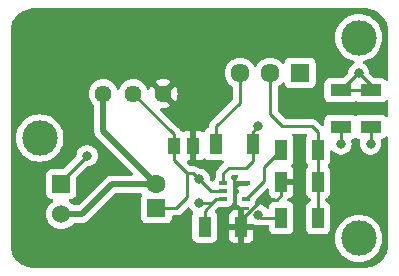
<source format=gbr>
%TF.GenerationSoftware,KiCad,Pcbnew,8.0.2*%
%TF.CreationDate,2024-07-08T11:38:20+02:00*%
%TF.ProjectId,IMD SCS Maker,494d4420-5343-4532-904d-616b65722e6b,rev?*%
%TF.SameCoordinates,Original*%
%TF.FileFunction,Copper,L1,Top*%
%TF.FilePolarity,Positive*%
%FSLAX46Y46*%
G04 Gerber Fmt 4.6, Leading zero omitted, Abs format (unit mm)*
G04 Created by KiCad (PCBNEW 8.0.2) date 2024-07-08 11:38:20*
%MOMM*%
%LPD*%
G01*
G04 APERTURE LIST*
G04 Aperture macros list*
%AMRoundRect*
0 Rectangle with rounded corners*
0 $1 Rounding radius*
0 $2 $3 $4 $5 $6 $7 $8 $9 X,Y pos of 4 corners*
0 Add a 4 corners polygon primitive as box body*
4,1,4,$2,$3,$4,$5,$6,$7,$8,$9,$2,$3,0*
0 Add four circle primitives for the rounded corners*
1,1,$1+$1,$2,$3*
1,1,$1+$1,$4,$5*
1,1,$1+$1,$6,$7*
1,1,$1+$1,$8,$9*
0 Add four rect primitives between the rounded corners*
20,1,$1+$1,$2,$3,$4,$5,0*
20,1,$1+$1,$4,$5,$6,$7,0*
20,1,$1+$1,$6,$7,$8,$9,0*
20,1,$1+$1,$8,$9,$2,$3,0*%
G04 Aperture macros list end*
%TA.AperFunction,ComponentPad*%
%ADD10C,1.440000*%
%TD*%
%TA.AperFunction,ComponentPad*%
%ADD11C,3.000000*%
%TD*%
%TA.AperFunction,ComponentPad*%
%ADD12R,1.610000X1.610000*%
%TD*%
%TA.AperFunction,ComponentPad*%
%ADD13C,1.610000*%
%TD*%
%TA.AperFunction,SMDPad,CuDef*%
%ADD14R,1.800000X1.050000*%
%TD*%
%TA.AperFunction,ComponentPad*%
%ADD15R,1.530000X1.530000*%
%TD*%
%TA.AperFunction,ComponentPad*%
%ADD16C,1.530000*%
%TD*%
%TA.AperFunction,SMDPad,CuDef*%
%ADD17R,1.050000X1.800000*%
%TD*%
%TA.AperFunction,SMDPad,CuDef*%
%ADD18RoundRect,0.100000X-0.225000X-0.100000X0.225000X-0.100000X0.225000X0.100000X-0.225000X0.100000X0*%
%TD*%
%TA.AperFunction,SMDPad,CuDef*%
%ADD19R,1.070000X1.470000*%
%TD*%
%TA.AperFunction,ComponentPad*%
%ADD20R,1.600000X1.600000*%
%TD*%
%TA.AperFunction,ComponentPad*%
%ADD21C,1.600000*%
%TD*%
%TA.AperFunction,ViaPad*%
%ADD22C,0.800000*%
%TD*%
%TA.AperFunction,Conductor*%
%ADD23C,0.250000*%
%TD*%
%TA.AperFunction,Conductor*%
%ADD24C,0.500000*%
%TD*%
G04 APERTURE END LIST*
D10*
%TO.P,U1,1,+VIN*%
%TO.N,+12V*%
X70866000Y-46736000D03*
%TO.P,U1,2,GND*%
%TO.N,GND*%
X73406000Y-46736000D03*
%TO.P,U1,3,+VOUT*%
%TO.N,+5V*%
X75946000Y-46736000D03*
%TD*%
D11*
%TO.P,,1*%
%TO.N,N/C*%
X92500000Y-42000000D03*
%TD*%
D12*
%TO.P,J3,1,1*%
%TO.N,/PDU*%
X87540000Y-45000000D03*
D13*
%TO.P,J3,2,2*%
%TO.N,/Output SCS*%
X85000000Y-45000000D03*
%TO.P,J3,3,3*%
%TO.N,/Sensor Output*%
X82460000Y-45000000D03*
%TD*%
D14*
%TO.P,R5,1*%
%TO.N,Net-(CP1--)*%
X93500000Y-49550000D03*
%TO.P,R5,2*%
%TO.N,GND*%
X93500000Y-46450000D03*
%TD*%
D15*
%TO.P,J1,1,1*%
%TO.N,GND*%
X67316500Y-54400000D03*
D16*
%TO.P,J1,2,2*%
%TO.N,+12V*%
X67316500Y-56940000D03*
%TD*%
D17*
%TO.P,R3,1*%
%TO.N,GND*%
X85950000Y-57250000D03*
%TO.P,R3,2*%
%TO.N,/Output SCS*%
X89050000Y-57250000D03*
%TD*%
%TO.P,R4,1*%
%TO.N,Net-(CP1--)*%
X79450000Y-58000000D03*
%TO.P,R4,2*%
%TO.N,+5V*%
X82550000Y-58000000D03*
%TD*%
%TO.P,R1,1*%
%TO.N,/Output SCS*%
X89050000Y-51500000D03*
%TO.P,R1,2*%
%TO.N,Net-(CP1-Pad4)*%
X85950000Y-51500000D03*
%TD*%
D18*
%TO.P,CP1,1,+*%
%TO.N,Net-(CP1-+)*%
X81050000Y-54350000D03*
%TO.P,CP1,2,V-*%
%TO.N,GND*%
X81050000Y-55000000D03*
%TO.P,CP1,3,-*%
%TO.N,Net-(CP1--)*%
X81050000Y-55650000D03*
%TO.P,CP1,4*%
%TO.N,Net-(CP1-Pad4)*%
X82950000Y-55650000D03*
%TO.P,CP1,5,V+*%
%TO.N,+5V*%
X82950000Y-54350000D03*
%TD*%
D19*
%TO.P,C2,1*%
%TO.N,GND*%
X76842500Y-51154000D03*
%TO.P,C2,2*%
%TO.N,+5V*%
X78482500Y-51154000D03*
%TD*%
D11*
%TO.P,,1*%
%TO.N,N/C*%
X92500000Y-59000000D03*
%TD*%
D14*
%TO.P,R7,1*%
%TO.N,GND*%
X91000000Y-46450000D03*
%TO.P,R7,2*%
%TO.N,Net-(CP1-+)*%
X91000000Y-49550000D03*
%TD*%
D20*
%TO.P,C1,1*%
%TO.N,GND*%
X75376500Y-56427112D03*
D21*
%TO.P,C1,2*%
%TO.N,+12V*%
X75376500Y-54427112D03*
%TD*%
D17*
%TO.P,R6,1*%
%TO.N,Net-(CP1-+)*%
X83550000Y-51000000D03*
%TO.P,R6,2*%
%TO.N,/Sensor Output*%
X80450000Y-51000000D03*
%TD*%
%TO.P,R2,1*%
%TO.N,/Output SCS*%
X89050000Y-54202000D03*
%TO.P,R2,2*%
%TO.N,+5V*%
X85950000Y-54202000D03*
%TD*%
D11*
%TO.P,,1*%
%TO.N,N/C*%
X65500000Y-50500000D03*
%TD*%
D22*
%TO.N,GND*%
X69500000Y-52000000D03*
X92500000Y-45000000D03*
X84000000Y-57000000D03*
X79000000Y-54000000D03*
%TO.N,Net-(CP1--)*%
X79000000Y-56000000D03*
X93500000Y-51000000D03*
%TO.N,Net-(CP1-+)*%
X84000000Y-49500000D03*
X91000000Y-51000000D03*
%TD*%
D23*
%TO.N,GND*%
X78000000Y-53500000D02*
X78000000Y-55500000D01*
X73406000Y-46736000D02*
X76842500Y-50172500D01*
X93500000Y-46000000D02*
X93500000Y-46450000D01*
X84250000Y-57250000D02*
X84000000Y-57000000D01*
X78500000Y-53500000D02*
X79000000Y-54000000D01*
X67316500Y-54183500D02*
X69500000Y-52000000D01*
X92500000Y-45000000D02*
X92450000Y-45000000D01*
X67316500Y-54400000D02*
X67316500Y-54183500D01*
X76842500Y-52342500D02*
X78000000Y-53500000D01*
X92500000Y-45000000D02*
X93500000Y-46000000D01*
X76842500Y-50172500D02*
X76842500Y-51154000D01*
X67316500Y-54166000D02*
X67760500Y-54610000D01*
X91000000Y-46450000D02*
X93500000Y-46450000D01*
X85950000Y-57250000D02*
X84250000Y-57250000D01*
X78000000Y-55500000D02*
X77072888Y-56427112D01*
X92450000Y-45000000D02*
X91000000Y-46450000D01*
X78000000Y-53500000D02*
X78500000Y-53500000D01*
X73406000Y-46736000D02*
X73498500Y-46736000D01*
X77072888Y-56427112D02*
X75376500Y-56427112D01*
X79000000Y-54000000D02*
X80000000Y-55000000D01*
X80000000Y-55000000D02*
X81050000Y-55000000D01*
X76842500Y-51154000D02*
X76842500Y-52342500D01*
D24*
%TO.N,+12V*%
X71572888Y-54427112D02*
X75376500Y-54427112D01*
D23*
X67595388Y-56427112D02*
X67316500Y-56706000D01*
D24*
X67316500Y-56940000D02*
X69060000Y-56940000D01*
D23*
X75193612Y-54610000D02*
X75376500Y-54427112D01*
D24*
X69060000Y-56940000D02*
X71572888Y-54427112D01*
X70866000Y-49916612D02*
X75376500Y-54427112D01*
X70866000Y-46736000D02*
X70866000Y-49916612D01*
D23*
%TO.N,+5V*%
X82550000Y-57424695D02*
X82550000Y-58000000D01*
X85559369Y-55745467D02*
X84229228Y-55745467D01*
X82000000Y-56110823D02*
X82550000Y-56660823D01*
X85950000Y-55354836D02*
X85559369Y-55745467D01*
X82550000Y-56660823D02*
X82550000Y-58000000D01*
X78482500Y-51212000D02*
X78482500Y-51154000D01*
X82950000Y-54350000D02*
X82393953Y-54350000D01*
X84229228Y-55745467D02*
X82550000Y-57424695D01*
X82393953Y-54350000D02*
X82000000Y-54743953D01*
X85950000Y-54202000D02*
X85950000Y-55354836D01*
X82000000Y-54743953D02*
X82000000Y-56110823D01*
%TO.N,/Output SCS*%
X88525000Y-49500000D02*
X86000000Y-49500000D01*
X89050000Y-51500000D02*
X89050000Y-57250000D01*
X85000000Y-48500000D02*
X85000000Y-45000000D01*
X89050000Y-51500000D02*
X89050000Y-50025000D01*
X86000000Y-49500000D02*
X85000000Y-48500000D01*
X89050000Y-50025000D02*
X88525000Y-49500000D01*
%TO.N,/Sensor Output*%
X80450000Y-51000000D02*
X80450000Y-49510000D01*
X82460000Y-47500000D02*
X82460000Y-45000000D01*
X80450000Y-49510000D02*
X82460000Y-47500000D01*
X82460000Y-45000000D02*
X82592000Y-45000000D01*
%TO.N,Net-(CP1-Pad4)*%
X84500000Y-54100000D02*
X84500000Y-52950000D01*
X84500000Y-52950000D02*
X85950000Y-51500000D01*
X82950000Y-55650000D02*
X84500000Y-54100000D01*
%TO.N,Net-(CP1--)*%
X79450000Y-56650000D02*
X80450000Y-55650000D01*
X93500000Y-49550000D02*
X93500000Y-51000000D01*
X80100000Y-56000000D02*
X80450000Y-55650000D01*
X80450000Y-55650000D02*
X81050000Y-55650000D01*
X79000000Y-56000000D02*
X80100000Y-56000000D01*
X79450000Y-58000000D02*
X79450000Y-56650000D01*
%TO.N,Net-(CP1-+)*%
X83550000Y-51000000D02*
X83550000Y-49950000D01*
X81050000Y-53500000D02*
X81550000Y-53000000D01*
X83000000Y-53000000D02*
X83550000Y-52450000D01*
X81550000Y-53000000D02*
X83000000Y-53000000D01*
X83550000Y-49950000D02*
X84000000Y-49500000D01*
X81050000Y-54350000D02*
X81050000Y-53500000D01*
X83550000Y-52450000D02*
X83550000Y-51000000D01*
X91000000Y-49550000D02*
X91000000Y-51000000D01*
%TD*%
%TA.AperFunction,Conductor*%
%TO.N,+5V*%
G36*
X93001121Y-39500020D02*
G01*
X93135109Y-39502409D01*
X93150528Y-39503650D01*
X93416897Y-39541948D01*
X93434184Y-39545708D01*
X93691313Y-39621209D01*
X93707887Y-39627391D01*
X93817159Y-39677293D01*
X93951659Y-39738717D01*
X93967173Y-39747188D01*
X94192628Y-39892080D01*
X94206787Y-39902679D01*
X94409317Y-40078172D01*
X94421827Y-40090682D01*
X94597320Y-40293212D01*
X94607921Y-40307374D01*
X94752808Y-40532821D01*
X94761284Y-40548345D01*
X94872608Y-40792112D01*
X94878791Y-40808688D01*
X94954290Y-41065814D01*
X94958051Y-41083102D01*
X94996348Y-41349463D01*
X94997590Y-41364898D01*
X94999907Y-41494784D01*
X94999927Y-41496996D01*
X94999927Y-45518676D01*
X94980242Y-45585715D01*
X94927438Y-45631470D01*
X94858280Y-45641414D01*
X94794724Y-45612389D01*
X94776661Y-45592988D01*
X94770472Y-45584721D01*
X94757546Y-45567454D01*
X94757544Y-45567453D01*
X94757544Y-45567452D01*
X94642335Y-45481206D01*
X94642328Y-45481202D01*
X94507482Y-45430908D01*
X94507483Y-45430908D01*
X94447883Y-45424501D01*
X94447881Y-45424500D01*
X94447873Y-45424500D01*
X94447865Y-45424500D01*
X93860453Y-45424500D01*
X93793414Y-45404815D01*
X93772772Y-45388181D01*
X93438960Y-45054369D01*
X93405475Y-44993046D01*
X93403323Y-44979668D01*
X93385674Y-44811744D01*
X93327179Y-44631716D01*
X93232533Y-44467784D01*
X93105871Y-44327112D01*
X93105870Y-44327111D01*
X92952734Y-44215851D01*
X92952729Y-44215848D01*
X92895637Y-44190429D01*
X92842400Y-44145179D01*
X92822079Y-44078329D01*
X92841125Y-44011106D01*
X92893491Y-43964851D01*
X92919715Y-43955984D01*
X93065037Y-43924371D01*
X93065037Y-43924370D01*
X93065046Y-43924369D01*
X93333161Y-43824367D01*
X93584315Y-43687226D01*
X93813395Y-43515739D01*
X94015739Y-43313395D01*
X94187226Y-43084315D01*
X94324367Y-42833161D01*
X94424369Y-42565046D01*
X94485196Y-42285428D01*
X94505610Y-42000000D01*
X94485196Y-41714572D01*
X94437865Y-41496996D01*
X94424371Y-41434962D01*
X94424370Y-41434960D01*
X94424369Y-41434954D01*
X94324367Y-41166839D01*
X94187226Y-40915685D01*
X94187224Y-40915682D01*
X94015745Y-40686612D01*
X94015729Y-40686594D01*
X93813405Y-40484270D01*
X93813387Y-40484254D01*
X93584317Y-40312775D01*
X93584309Y-40312770D01*
X93333166Y-40175635D01*
X93333167Y-40175635D01*
X93225915Y-40135632D01*
X93065046Y-40075631D01*
X93065043Y-40075630D01*
X93065037Y-40075628D01*
X92785433Y-40014804D01*
X92500001Y-39994390D01*
X92499999Y-39994390D01*
X92214566Y-40014804D01*
X91934962Y-40075628D01*
X91666833Y-40175635D01*
X91415690Y-40312770D01*
X91415682Y-40312775D01*
X91186612Y-40484254D01*
X91186594Y-40484270D01*
X90984270Y-40686594D01*
X90984254Y-40686612D01*
X90812775Y-40915682D01*
X90812770Y-40915690D01*
X90675635Y-41166833D01*
X90575628Y-41434962D01*
X90514804Y-41714566D01*
X90494390Y-41999998D01*
X90494390Y-42000001D01*
X90514804Y-42285433D01*
X90575628Y-42565037D01*
X90675635Y-42833166D01*
X90812770Y-43084309D01*
X90812775Y-43084317D01*
X90984254Y-43313387D01*
X90984270Y-43313405D01*
X91186594Y-43515729D01*
X91186612Y-43515745D01*
X91415682Y-43687224D01*
X91415690Y-43687229D01*
X91666833Y-43824364D01*
X91666832Y-43824364D01*
X91666836Y-43824365D01*
X91666839Y-43824367D01*
X91934954Y-43924369D01*
X91934960Y-43924370D01*
X91934962Y-43924371D01*
X92080284Y-43955984D01*
X92141607Y-43989469D01*
X92175092Y-44050792D01*
X92170108Y-44120483D01*
X92128236Y-44176417D01*
X92104363Y-44190429D01*
X92047267Y-44215850D01*
X92047265Y-44215851D01*
X91894129Y-44327111D01*
X91767466Y-44467785D01*
X91672821Y-44631715D01*
X91672818Y-44631722D01*
X91627098Y-44772436D01*
X91614326Y-44811744D01*
X91602551Y-44923778D01*
X91575966Y-44988393D01*
X91566911Y-44998497D01*
X91177227Y-45388181D01*
X91115904Y-45421666D01*
X91089546Y-45424500D01*
X90052129Y-45424500D01*
X90052123Y-45424501D01*
X89992516Y-45430908D01*
X89857671Y-45481202D01*
X89857664Y-45481206D01*
X89742455Y-45567452D01*
X89742452Y-45567455D01*
X89656206Y-45682664D01*
X89656202Y-45682671D01*
X89605908Y-45817517D01*
X89599501Y-45877116D01*
X89599500Y-45877135D01*
X89599500Y-47022870D01*
X89599501Y-47022876D01*
X89605908Y-47082483D01*
X89656202Y-47217328D01*
X89656206Y-47217335D01*
X89742452Y-47332544D01*
X89742455Y-47332547D01*
X89857664Y-47418793D01*
X89857671Y-47418797D01*
X89992517Y-47469091D01*
X89992516Y-47469091D01*
X89999444Y-47469835D01*
X90052127Y-47475500D01*
X91947872Y-47475499D01*
X92007483Y-47469091D01*
X92142329Y-47418797D01*
X92142329Y-47418796D01*
X92142331Y-47418796D01*
X92175689Y-47393823D01*
X92241151Y-47369406D01*
X92309425Y-47384257D01*
X92324305Y-47393820D01*
X92357669Y-47418796D01*
X92357670Y-47418796D01*
X92357670Y-47418797D01*
X92492517Y-47469091D01*
X92492516Y-47469091D01*
X92499444Y-47469835D01*
X92552127Y-47475500D01*
X94447872Y-47475499D01*
X94507483Y-47469091D01*
X94642331Y-47418796D01*
X94757546Y-47332546D01*
X94776661Y-47307010D01*
X94832594Y-47265141D01*
X94902286Y-47260157D01*
X94963609Y-47293642D01*
X94997093Y-47354965D01*
X94999927Y-47381323D01*
X94999927Y-48618676D01*
X94980242Y-48685715D01*
X94927438Y-48731470D01*
X94858280Y-48741414D01*
X94794724Y-48712389D01*
X94776661Y-48692988D01*
X94763669Y-48675633D01*
X94757546Y-48667454D01*
X94757544Y-48667453D01*
X94757544Y-48667452D01*
X94642335Y-48581206D01*
X94642328Y-48581202D01*
X94507482Y-48530908D01*
X94507483Y-48530908D01*
X94447883Y-48524501D01*
X94447881Y-48524500D01*
X94447873Y-48524500D01*
X94447864Y-48524500D01*
X92552129Y-48524500D01*
X92552123Y-48524501D01*
X92492516Y-48530908D01*
X92357671Y-48581202D01*
X92357669Y-48581203D01*
X92324310Y-48606176D01*
X92258845Y-48630592D01*
X92190572Y-48615740D01*
X92175690Y-48606176D01*
X92142330Y-48581203D01*
X92142328Y-48581202D01*
X92007482Y-48530908D01*
X92007483Y-48530908D01*
X91947883Y-48524501D01*
X91947881Y-48524500D01*
X91947873Y-48524500D01*
X91947864Y-48524500D01*
X90052129Y-48524500D01*
X90052123Y-48524501D01*
X89992516Y-48530908D01*
X89857671Y-48581202D01*
X89857664Y-48581206D01*
X89742455Y-48667452D01*
X89742452Y-48667455D01*
X89656206Y-48782664D01*
X89656202Y-48782671D01*
X89605908Y-48917517D01*
X89599501Y-48977116D01*
X89599500Y-48977127D01*
X89599500Y-49390548D01*
X89579815Y-49457587D01*
X89527011Y-49503342D01*
X89457853Y-49513286D01*
X89394297Y-49484261D01*
X89387819Y-49478229D01*
X89015198Y-49105608D01*
X89015178Y-49105586D01*
X88923735Y-49014143D01*
X88879026Y-48984270D01*
X88868336Y-48977127D01*
X88868337Y-48977127D01*
X88868335Y-48977125D01*
X88821290Y-48945690D01*
X88821286Y-48945688D01*
X88731594Y-48908537D01*
X88731592Y-48908535D01*
X88707458Y-48898539D01*
X88707454Y-48898537D01*
X88707452Y-48898537D01*
X88707448Y-48898536D01*
X88707444Y-48898535D01*
X88636880Y-48884499D01*
X88636879Y-48884499D01*
X88586611Y-48874500D01*
X88586607Y-48874500D01*
X88586606Y-48874500D01*
X86310453Y-48874500D01*
X86243414Y-48854815D01*
X86222772Y-48838181D01*
X85661819Y-48277228D01*
X85628334Y-48215905D01*
X85625500Y-48189547D01*
X85625500Y-46220292D01*
X85645185Y-46153253D01*
X85678373Y-46118719D01*
X85842365Y-46003891D01*
X86003891Y-45842365D01*
X86013285Y-45828948D01*
X86067856Y-45785325D01*
X86137354Y-45778129D01*
X86199710Y-45809648D01*
X86235127Y-45869877D01*
X86238148Y-45886814D01*
X86240907Y-45912480D01*
X86291202Y-46047328D01*
X86291206Y-46047335D01*
X86377452Y-46162544D01*
X86377455Y-46162547D01*
X86492664Y-46248793D01*
X86492671Y-46248797D01*
X86627517Y-46299091D01*
X86627516Y-46299091D01*
X86634444Y-46299835D01*
X86687127Y-46305500D01*
X88392872Y-46305499D01*
X88452483Y-46299091D01*
X88587331Y-46248796D01*
X88702546Y-46162546D01*
X88788796Y-46047331D01*
X88839091Y-45912483D01*
X88845500Y-45852873D01*
X88845499Y-44147128D01*
X88839091Y-44087517D01*
X88825393Y-44050792D01*
X88788797Y-43952671D01*
X88788793Y-43952664D01*
X88702547Y-43837455D01*
X88702544Y-43837452D01*
X88587335Y-43751206D01*
X88587328Y-43751202D01*
X88452482Y-43700908D01*
X88452483Y-43700908D01*
X88392883Y-43694501D01*
X88392881Y-43694500D01*
X88392873Y-43694500D01*
X88392864Y-43694500D01*
X86687129Y-43694500D01*
X86687123Y-43694501D01*
X86627516Y-43700908D01*
X86492671Y-43751202D01*
X86492664Y-43751206D01*
X86377455Y-43837452D01*
X86377452Y-43837455D01*
X86291206Y-43952664D01*
X86291202Y-43952671D01*
X86240908Y-44087516D01*
X86238149Y-44113184D01*
X86211410Y-44177735D01*
X86154017Y-44217582D01*
X86084192Y-44220075D01*
X86024104Y-44184421D01*
X86013286Y-44171052D01*
X86003889Y-44157632D01*
X85842369Y-43996113D01*
X85842365Y-43996109D01*
X85655244Y-43865085D01*
X85655245Y-43865085D01*
X85655243Y-43865084D01*
X85551728Y-43816815D01*
X85448213Y-43768545D01*
X85448209Y-43768544D01*
X85448205Y-43768542D01*
X85227568Y-43709423D01*
X85227566Y-43709422D01*
X85227564Y-43709422D01*
X85227562Y-43709421D01*
X85227558Y-43709421D01*
X85000002Y-43689513D01*
X84999998Y-43689513D01*
X84772441Y-43709421D01*
X84772431Y-43709423D01*
X84551794Y-43768542D01*
X84551785Y-43768546D01*
X84344756Y-43865085D01*
X84344752Y-43865087D01*
X84157633Y-43996109D01*
X83996109Y-44157633D01*
X83865087Y-44344752D01*
X83865085Y-44344756D01*
X83842382Y-44393444D01*
X83796210Y-44445883D01*
X83729016Y-44465035D01*
X83662135Y-44444819D01*
X83617618Y-44393444D01*
X83594915Y-44344757D01*
X83594913Y-44344754D01*
X83594912Y-44344752D01*
X83463890Y-44157633D01*
X83302369Y-43996113D01*
X83302365Y-43996109D01*
X83115244Y-43865085D01*
X83115245Y-43865085D01*
X83115243Y-43865084D01*
X83011728Y-43816815D01*
X82908213Y-43768545D01*
X82908209Y-43768544D01*
X82908205Y-43768542D01*
X82687568Y-43709423D01*
X82687566Y-43709422D01*
X82687564Y-43709422D01*
X82687562Y-43709421D01*
X82687558Y-43709421D01*
X82460002Y-43689513D01*
X82459998Y-43689513D01*
X82232441Y-43709421D01*
X82232431Y-43709423D01*
X82011794Y-43768542D01*
X82011785Y-43768546D01*
X81804756Y-43865085D01*
X81804752Y-43865087D01*
X81617633Y-43996109D01*
X81456109Y-44157633D01*
X81325087Y-44344752D01*
X81325085Y-44344756D01*
X81228546Y-44551785D01*
X81228542Y-44551794D01*
X81169423Y-44772431D01*
X81169421Y-44772441D01*
X81149513Y-44999998D01*
X81149513Y-45000001D01*
X81169421Y-45227558D01*
X81169423Y-45227568D01*
X81228542Y-45448205D01*
X81228544Y-45448209D01*
X81228545Y-45448213D01*
X81266426Y-45529450D01*
X81325084Y-45655243D01*
X81344285Y-45682664D01*
X81456109Y-45842365D01*
X81617635Y-46003891D01*
X81781625Y-46118718D01*
X81825249Y-46173294D01*
X81834500Y-46220292D01*
X81834500Y-47189547D01*
X81814815Y-47256586D01*
X81798181Y-47277228D01*
X80915146Y-48160263D01*
X80051270Y-49024139D01*
X80051267Y-49024142D01*
X80007704Y-49067704D01*
X79964142Y-49111266D01*
X79942666Y-49143408D01*
X79942665Y-49143407D01*
X79895689Y-49213712D01*
X79895685Y-49213719D01*
X79879120Y-49253713D01*
X79848539Y-49327541D01*
X79848535Y-49327555D01*
X79824500Y-49448389D01*
X79824500Y-49517209D01*
X79804815Y-49584248D01*
X79752011Y-49630003D01*
X79743833Y-49633391D01*
X79682671Y-49656202D01*
X79682664Y-49656206D01*
X79567455Y-49742452D01*
X79567452Y-49742455D01*
X79481206Y-49857664D01*
X79481203Y-49857670D01*
X79456320Y-49924384D01*
X79414448Y-49980318D01*
X79348983Y-50004734D01*
X79280710Y-49989882D01*
X79265826Y-49980316D01*
X79259589Y-49975647D01*
X79259586Y-49975645D01*
X79124879Y-49925403D01*
X79124872Y-49925401D01*
X79065344Y-49919000D01*
X78732500Y-49919000D01*
X78732500Y-52389000D01*
X79065328Y-52389000D01*
X79065344Y-52388999D01*
X79124872Y-52382598D01*
X79124879Y-52382596D01*
X79259586Y-52332354D01*
X79259593Y-52332350D01*
X79374685Y-52246192D01*
X79378873Y-52242004D01*
X79440194Y-52208516D01*
X79509886Y-52213497D01*
X79560829Y-52251628D01*
X79561183Y-52251275D01*
X79563641Y-52253733D01*
X79565821Y-52255365D01*
X79567453Y-52257545D01*
X79567455Y-52257547D01*
X79682664Y-52343793D01*
X79682671Y-52343797D01*
X79817517Y-52394091D01*
X79817516Y-52394091D01*
X79824444Y-52394835D01*
X79877127Y-52400500D01*
X80965547Y-52400499D01*
X81032586Y-52420184D01*
X81078341Y-52472987D01*
X81088285Y-52542146D01*
X81059260Y-52605702D01*
X81053228Y-52612180D01*
X80651270Y-53014139D01*
X80564144Y-53101264D01*
X80564138Y-53101272D01*
X80495690Y-53203708D01*
X80495688Y-53203713D01*
X80465145Y-53277452D01*
X80465145Y-53277453D01*
X80448538Y-53317544D01*
X80448535Y-53317553D01*
X80442333Y-53348731D01*
X80442334Y-53348732D01*
X80425009Y-53435838D01*
X80425005Y-53435855D01*
X80424500Y-53438388D01*
X80424500Y-53743419D01*
X80404815Y-53810458D01*
X80398876Y-53818905D01*
X80300464Y-53947157D01*
X80270754Y-54018884D01*
X80239957Y-54093237D01*
X80236846Y-54100747D01*
X80235478Y-54100180D01*
X80203784Y-54152177D01*
X80140937Y-54182705D01*
X80071562Y-54174410D01*
X80032694Y-54148103D01*
X79938960Y-54054369D01*
X79905475Y-53993046D01*
X79903323Y-53979668D01*
X79885674Y-53811744D01*
X79827179Y-53631716D01*
X79732533Y-53467784D01*
X79605871Y-53327112D01*
X79605870Y-53327111D01*
X79452734Y-53215851D01*
X79452729Y-53215848D01*
X79279807Y-53138857D01*
X79279802Y-53138855D01*
X79134001Y-53107865D01*
X79094646Y-53099500D01*
X79094645Y-53099500D01*
X79035453Y-53099500D01*
X78968414Y-53079815D01*
X78947771Y-53063180D01*
X78898736Y-53014144D01*
X78898728Y-53014138D01*
X78829679Y-52968001D01*
X78829678Y-52968000D01*
X78796290Y-52945690D01*
X78796286Y-52945688D01*
X78774874Y-52936819D01*
X78715792Y-52912347D01*
X78682453Y-52898537D01*
X78672427Y-52896543D01*
X78622029Y-52886518D01*
X78561610Y-52874500D01*
X78561607Y-52874500D01*
X78561606Y-52874500D01*
X78310452Y-52874500D01*
X78243413Y-52854815D01*
X78222771Y-52838181D01*
X77985271Y-52600681D01*
X77951786Y-52539358D01*
X77956770Y-52469666D01*
X77998642Y-52413733D01*
X78064106Y-52389316D01*
X78072952Y-52389000D01*
X78232500Y-52389000D01*
X78232500Y-49919000D01*
X77899655Y-49919000D01*
X77840127Y-49925401D01*
X77840117Y-49925403D01*
X77706546Y-49975222D01*
X77636855Y-49980206D01*
X77619881Y-49975222D01*
X77484983Y-49924909D01*
X77482677Y-49924661D01*
X77481007Y-49923969D01*
X77477438Y-49923126D01*
X77477574Y-49922547D01*
X77418127Y-49897921D01*
X77392834Y-49870262D01*
X77391512Y-49868284D01*
X77374316Y-49842548D01*
X77328358Y-49773767D01*
X77328356Y-49773764D01*
X77238137Y-49683545D01*
X77238106Y-49683516D01*
X75714853Y-48160263D01*
X75681368Y-48098940D01*
X75686352Y-48029248D01*
X75728224Y-47973315D01*
X75793688Y-47948898D01*
X75813341Y-47949054D01*
X75945998Y-47960660D01*
X75946002Y-47960660D01*
X76158654Y-47942055D01*
X76158662Y-47942054D01*
X76364853Y-47886805D01*
X76364864Y-47886801D01*
X76558325Y-47796589D01*
X76614030Y-47757583D01*
X76050915Y-47194468D01*
X76127413Y-47173971D01*
X76234587Y-47112094D01*
X76322094Y-47024587D01*
X76383971Y-46917413D01*
X76404468Y-46840915D01*
X76967583Y-47404029D01*
X77006589Y-47348325D01*
X77096801Y-47154864D01*
X77096805Y-47154853D01*
X77152054Y-46948662D01*
X77152055Y-46948654D01*
X77170660Y-46736002D01*
X77170660Y-46735997D01*
X77152055Y-46523345D01*
X77152054Y-46523337D01*
X77096805Y-46317146D01*
X77096802Y-46317140D01*
X77006586Y-46123669D01*
X77006582Y-46123663D01*
X76967584Y-46067968D01*
X76404468Y-46631084D01*
X76383971Y-46554587D01*
X76322094Y-46447413D01*
X76234587Y-46359906D01*
X76127413Y-46298029D01*
X76050914Y-46277531D01*
X76614030Y-45714415D01*
X76558329Y-45675413D01*
X76364859Y-45585197D01*
X76364853Y-45585194D01*
X76158662Y-45529945D01*
X76158654Y-45529944D01*
X75946002Y-45511340D01*
X75945998Y-45511340D01*
X75733345Y-45529944D01*
X75733337Y-45529945D01*
X75527146Y-45585194D01*
X75527140Y-45585197D01*
X75333671Y-45675412D01*
X75333669Y-45675413D01*
X75277969Y-45714415D01*
X75277968Y-45714415D01*
X75841085Y-46277531D01*
X75764587Y-46298029D01*
X75657413Y-46359906D01*
X75569906Y-46447413D01*
X75508029Y-46554587D01*
X75487531Y-46631084D01*
X74924415Y-46067968D01*
X74924415Y-46067969D01*
X74885413Y-46123669D01*
X74885412Y-46123671D01*
X74795197Y-46317140D01*
X74793342Y-46322236D01*
X74791445Y-46321545D01*
X74759656Y-46373684D01*
X74696805Y-46404205D01*
X74627431Y-46395901D01*
X74573559Y-46351408D01*
X74560012Y-46321742D01*
X74559130Y-46322064D01*
X74557279Y-46316983D01*
X74557276Y-46316970D01*
X74467021Y-46123419D01*
X74344529Y-45948481D01*
X74344527Y-45948478D01*
X74193521Y-45797472D01*
X74029566Y-45682671D01*
X74018581Y-45674979D01*
X74018580Y-45674978D01*
X74018578Y-45674977D01*
X74018579Y-45674977D01*
X73884357Y-45612389D01*
X73825030Y-45584724D01*
X73825026Y-45584723D01*
X73825022Y-45584721D01*
X73618752Y-45529452D01*
X73618748Y-45529451D01*
X73618747Y-45529451D01*
X73618746Y-45529450D01*
X73618741Y-45529450D01*
X73406002Y-45510838D01*
X73405998Y-45510838D01*
X73193258Y-45529450D01*
X73193247Y-45529452D01*
X72986977Y-45584721D01*
X72986968Y-45584725D01*
X72793421Y-45674977D01*
X72618478Y-45797472D01*
X72467472Y-45948478D01*
X72344977Y-46123421D01*
X72254725Y-46316968D01*
X72252870Y-46322064D01*
X72250749Y-46321292D01*
X72219406Y-46372710D01*
X72156558Y-46403237D01*
X72087183Y-46394939D01*
X72033307Y-46350452D01*
X72020169Y-46321685D01*
X72019130Y-46322064D01*
X72017279Y-46316983D01*
X72017276Y-46316970D01*
X71927021Y-46123419D01*
X71804529Y-45948481D01*
X71804527Y-45948478D01*
X71653521Y-45797472D01*
X71489566Y-45682671D01*
X71478581Y-45674979D01*
X71478580Y-45674978D01*
X71478578Y-45674977D01*
X71478579Y-45674977D01*
X71344357Y-45612389D01*
X71285030Y-45584724D01*
X71285026Y-45584723D01*
X71285022Y-45584721D01*
X71078752Y-45529452D01*
X71078748Y-45529451D01*
X71078747Y-45529451D01*
X71078746Y-45529450D01*
X71078741Y-45529450D01*
X70866002Y-45510838D01*
X70865998Y-45510838D01*
X70653258Y-45529450D01*
X70653247Y-45529452D01*
X70446977Y-45584721D01*
X70446968Y-45584725D01*
X70253421Y-45674977D01*
X70078478Y-45797472D01*
X69927472Y-45948478D01*
X69804977Y-46123421D01*
X69714725Y-46316968D01*
X69714721Y-46316977D01*
X69659452Y-46523247D01*
X69659450Y-46523258D01*
X69640838Y-46735998D01*
X69640838Y-46736001D01*
X69659450Y-46948741D01*
X69659452Y-46948752D01*
X69714721Y-47155022D01*
X69714723Y-47155026D01*
X69714724Y-47155030D01*
X69730820Y-47189547D01*
X69804977Y-47348578D01*
X69927472Y-47523521D01*
X70079181Y-47675230D01*
X70112666Y-47736553D01*
X70115500Y-47762911D01*
X70115500Y-49990530D01*
X70115500Y-49990532D01*
X70115499Y-49990532D01*
X70144340Y-50135519D01*
X70144343Y-50135529D01*
X70200912Y-50272100D01*
X70200920Y-50272114D01*
X70227247Y-50311514D01*
X70227248Y-50311517D01*
X70227249Y-50311517D01*
X70259748Y-50360157D01*
X70283051Y-50395032D01*
X70283052Y-50395033D01*
X73352952Y-53464931D01*
X73386437Y-53526254D01*
X73381453Y-53595946D01*
X73339581Y-53651879D01*
X73274117Y-53676296D01*
X73265271Y-53676612D01*
X71498968Y-53676612D01*
X71353980Y-53705452D01*
X71353970Y-53705455D01*
X71217399Y-53762024D01*
X71217386Y-53762031D01*
X71094472Y-53844160D01*
X71094468Y-53844163D01*
X68785451Y-56153181D01*
X68724128Y-56186666D01*
X68697770Y-56189500D01*
X68400435Y-56189500D01*
X68333396Y-56169815D01*
X68298861Y-56136624D01*
X68289634Y-56123447D01*
X68219026Y-56052839D01*
X68133055Y-55966868D01*
X68133051Y-55966865D01*
X68133050Y-55966864D01*
X68046415Y-55906202D01*
X68024809Y-55891073D01*
X67981185Y-55836497D01*
X67973991Y-55766999D01*
X68005514Y-55704644D01*
X68065744Y-55669230D01*
X68095932Y-55665499D01*
X68129372Y-55665499D01*
X68188983Y-55659091D01*
X68323831Y-55608796D01*
X68439046Y-55522546D01*
X68525296Y-55407331D01*
X68575591Y-55272483D01*
X68582000Y-55212873D01*
X68581999Y-53853951D01*
X68601684Y-53786913D01*
X68618318Y-53766271D01*
X69447771Y-52936819D01*
X69509094Y-52903334D01*
X69535452Y-52900500D01*
X69594644Y-52900500D01*
X69594646Y-52900500D01*
X69779803Y-52861144D01*
X69952730Y-52784151D01*
X70105871Y-52672888D01*
X70232533Y-52532216D01*
X70327179Y-52368284D01*
X70385674Y-52188256D01*
X70405460Y-52000000D01*
X70385674Y-51811744D01*
X70327179Y-51631716D01*
X70232533Y-51467784D01*
X70105871Y-51327112D01*
X70105870Y-51327111D01*
X69952734Y-51215851D01*
X69952729Y-51215848D01*
X69779807Y-51138857D01*
X69779802Y-51138855D01*
X69634001Y-51107865D01*
X69594646Y-51099500D01*
X69405354Y-51099500D01*
X69372897Y-51106398D01*
X69220197Y-51138855D01*
X69220192Y-51138857D01*
X69047270Y-51215848D01*
X69047265Y-51215851D01*
X68894129Y-51327111D01*
X68767466Y-51467785D01*
X68672821Y-51631715D01*
X68672818Y-51631722D01*
X68614336Y-51811712D01*
X68614326Y-51811744D01*
X68609134Y-51861142D01*
X68596678Y-51979651D01*
X68570093Y-52044266D01*
X68561038Y-52054370D01*
X67517227Y-53098181D01*
X67455904Y-53131666D01*
X67429546Y-53134500D01*
X66503629Y-53134500D01*
X66503623Y-53134501D01*
X66444016Y-53140908D01*
X66309171Y-53191202D01*
X66309164Y-53191206D01*
X66193955Y-53277452D01*
X66193952Y-53277455D01*
X66107706Y-53392664D01*
X66107702Y-53392671D01*
X66057408Y-53527517D01*
X66051001Y-53587116D01*
X66051000Y-53587135D01*
X66051000Y-55212870D01*
X66051001Y-55212876D01*
X66057408Y-55272483D01*
X66107702Y-55407328D01*
X66107706Y-55407335D01*
X66193952Y-55522544D01*
X66193955Y-55522547D01*
X66309164Y-55608793D01*
X66309171Y-55608797D01*
X66444017Y-55659091D01*
X66444016Y-55659091D01*
X66450944Y-55659835D01*
X66503627Y-55665500D01*
X66537064Y-55665499D01*
X66604101Y-55685182D01*
X66649857Y-55737984D01*
X66659802Y-55807143D01*
X66630779Y-55870699D01*
X66608189Y-55891073D01*
X66499947Y-55966866D01*
X66499941Y-55966871D01*
X66343368Y-56123444D01*
X66216357Y-56304834D01*
X66216356Y-56304836D01*
X66122779Y-56505513D01*
X66122775Y-56505524D01*
X66065465Y-56719407D01*
X66065464Y-56719414D01*
X66046166Y-56939998D01*
X66046166Y-56940001D01*
X66065464Y-57160585D01*
X66065465Y-57160592D01*
X66122775Y-57374475D01*
X66122779Y-57374486D01*
X66202891Y-57546287D01*
X66216358Y-57575167D01*
X66343368Y-57756555D01*
X66499945Y-57913132D01*
X66681333Y-58040142D01*
X66802072Y-58096443D01*
X66882013Y-58133720D01*
X66882015Y-58133720D01*
X66882020Y-58133723D01*
X67095909Y-58191035D01*
X67253474Y-58204820D01*
X67316498Y-58210334D01*
X67316500Y-58210334D01*
X67316502Y-58210334D01*
X67371647Y-58205509D01*
X67537091Y-58191035D01*
X67750980Y-58133723D01*
X67951667Y-58040142D01*
X68133055Y-57913132D01*
X68289632Y-57756555D01*
X68294222Y-57750000D01*
X68298861Y-57743376D01*
X68353438Y-57699751D01*
X68400435Y-57690500D01*
X69133920Y-57690500D01*
X69232426Y-57670905D01*
X69278913Y-57661658D01*
X69415495Y-57605084D01*
X69503493Y-57546286D01*
X69538416Y-57522952D01*
X71847436Y-55213930D01*
X71908759Y-55180446D01*
X71935117Y-55177612D01*
X74040068Y-55177612D01*
X74107107Y-55197297D01*
X74152862Y-55250101D01*
X74162806Y-55319259D01*
X74139335Y-55375922D01*
X74132706Y-55384777D01*
X74132702Y-55384783D01*
X74082408Y-55519629D01*
X74076001Y-55579228D01*
X74076001Y-55579235D01*
X74076000Y-55579247D01*
X74076000Y-57274982D01*
X74076001Y-57274988D01*
X74082408Y-57334595D01*
X74132702Y-57469440D01*
X74132706Y-57469447D01*
X74218952Y-57584656D01*
X74218955Y-57584659D01*
X74334164Y-57670905D01*
X74334171Y-57670909D01*
X74469017Y-57721203D01*
X74469016Y-57721203D01*
X74475944Y-57721947D01*
X74528627Y-57727612D01*
X76224372Y-57727611D01*
X76283983Y-57721203D01*
X76418831Y-57670908D01*
X76534046Y-57584658D01*
X76620296Y-57469443D01*
X76670591Y-57334595D01*
X76677000Y-57274985D01*
X76677000Y-57176612D01*
X76696685Y-57109573D01*
X76749489Y-57063818D01*
X76801000Y-57052612D01*
X77134496Y-57052612D01*
X77134496Y-57052611D01*
X77200284Y-57039526D01*
X77200286Y-57039526D01*
X77237324Y-57032158D01*
X77255340Y-57028575D01*
X77290727Y-57013917D01*
X77369174Y-56981424D01*
X77421760Y-56946286D01*
X77471621Y-56912970D01*
X77558746Y-56825845D01*
X77558746Y-56825843D01*
X77568954Y-56815636D01*
X77568956Y-56815633D01*
X78001265Y-56383323D01*
X78062586Y-56349840D01*
X78132278Y-56354824D01*
X78188211Y-56396696D01*
X78196331Y-56409006D01*
X78267466Y-56532214D01*
X78267465Y-56532214D01*
X78379504Y-56656645D01*
X78394129Y-56672888D01*
X78440643Y-56706682D01*
X78483308Y-56762012D01*
X78489287Y-56831625D01*
X78483939Y-56850332D01*
X78430909Y-56992514D01*
X78430908Y-56992516D01*
X78424501Y-57052116D01*
X78424501Y-57052123D01*
X78424500Y-57052135D01*
X78424500Y-58947870D01*
X78424501Y-58947876D01*
X78430908Y-59007483D01*
X78481202Y-59142328D01*
X78481206Y-59142335D01*
X78567452Y-59257544D01*
X78567455Y-59257547D01*
X78682664Y-59343793D01*
X78682671Y-59343797D01*
X78817517Y-59394091D01*
X78817516Y-59394091D01*
X78824444Y-59394835D01*
X78877127Y-59400500D01*
X80022872Y-59400499D01*
X80082483Y-59394091D01*
X80217331Y-59343796D01*
X80332546Y-59257546D01*
X80418796Y-59142331D01*
X80469091Y-59007483D01*
X80475500Y-58947873D01*
X80475500Y-58947844D01*
X81525000Y-58947844D01*
X81531401Y-59007372D01*
X81531403Y-59007379D01*
X81581645Y-59142086D01*
X81581649Y-59142093D01*
X81667809Y-59257187D01*
X81667812Y-59257190D01*
X81782906Y-59343350D01*
X81782913Y-59343354D01*
X81917620Y-59393596D01*
X81917627Y-59393598D01*
X81977155Y-59399999D01*
X81977172Y-59400000D01*
X82300000Y-59400000D01*
X82800000Y-59400000D01*
X83122828Y-59400000D01*
X83122844Y-59399999D01*
X83182372Y-59393598D01*
X83182379Y-59393596D01*
X83317086Y-59343354D01*
X83317093Y-59343350D01*
X83432187Y-59257190D01*
X83432190Y-59257187D01*
X83518350Y-59142093D01*
X83518354Y-59142086D01*
X83568596Y-59007379D01*
X83568598Y-59007372D01*
X83569391Y-58999998D01*
X90494390Y-58999998D01*
X90494390Y-59000001D01*
X90514804Y-59285433D01*
X90575628Y-59565037D01*
X90575630Y-59565043D01*
X90575631Y-59565046D01*
X90607517Y-59650536D01*
X90675635Y-59833166D01*
X90812770Y-60084309D01*
X90812775Y-60084317D01*
X90984254Y-60313387D01*
X90984270Y-60313405D01*
X91186594Y-60515729D01*
X91186612Y-60515745D01*
X91415682Y-60687224D01*
X91415690Y-60687229D01*
X91666833Y-60824364D01*
X91666832Y-60824364D01*
X91666836Y-60824365D01*
X91666839Y-60824367D01*
X91934954Y-60924369D01*
X91934960Y-60924370D01*
X91934962Y-60924371D01*
X92214566Y-60985195D01*
X92214568Y-60985195D01*
X92214572Y-60985196D01*
X92468220Y-61003337D01*
X92499999Y-61005610D01*
X92500000Y-61005610D01*
X92500001Y-61005610D01*
X92528595Y-61003564D01*
X92785428Y-60985196D01*
X93065046Y-60924369D01*
X93333161Y-60824367D01*
X93584315Y-60687226D01*
X93813395Y-60515739D01*
X94015739Y-60313395D01*
X94187226Y-60084315D01*
X94324367Y-59833161D01*
X94424369Y-59565046D01*
X94460164Y-59400498D01*
X94485195Y-59285433D01*
X94485195Y-59285432D01*
X94485196Y-59285428D01*
X94505610Y-59000000D01*
X94485196Y-58714572D01*
X94440160Y-58507546D01*
X94424371Y-58434962D01*
X94424370Y-58434960D01*
X94424369Y-58434954D01*
X94324367Y-58166839D01*
X94306284Y-58133723D01*
X94187229Y-57915690D01*
X94187224Y-57915682D01*
X94015745Y-57686612D01*
X94015729Y-57686594D01*
X93813405Y-57484270D01*
X93813387Y-57484254D01*
X93584317Y-57312775D01*
X93584309Y-57312770D01*
X93333166Y-57175635D01*
X93333167Y-57175635D01*
X93225915Y-57135632D01*
X93065046Y-57075631D01*
X93065043Y-57075630D01*
X93065037Y-57075628D01*
X92785433Y-57014804D01*
X92500001Y-56994390D01*
X92499999Y-56994390D01*
X92214566Y-57014804D01*
X91934962Y-57075628D01*
X91666833Y-57175635D01*
X91415690Y-57312770D01*
X91415682Y-57312775D01*
X91186612Y-57484254D01*
X91186594Y-57484270D01*
X90984270Y-57686594D01*
X90984254Y-57686612D01*
X90812775Y-57915682D01*
X90812770Y-57915690D01*
X90675635Y-58166833D01*
X90575628Y-58434962D01*
X90514804Y-58714566D01*
X90494390Y-58999998D01*
X83569391Y-58999998D01*
X83574999Y-58947844D01*
X83575000Y-58947827D01*
X83575000Y-58250000D01*
X82800000Y-58250000D01*
X82800000Y-59400000D01*
X82300000Y-59400000D01*
X82300000Y-58250000D01*
X81525000Y-58250000D01*
X81525000Y-58947844D01*
X80475500Y-58947844D01*
X80475499Y-57052155D01*
X81525000Y-57052155D01*
X81525000Y-57750000D01*
X82300000Y-57750000D01*
X82300000Y-56600000D01*
X81977155Y-56600000D01*
X81917627Y-56606401D01*
X81917620Y-56606403D01*
X81782913Y-56656645D01*
X81782906Y-56656649D01*
X81667812Y-56742809D01*
X81667809Y-56742812D01*
X81581649Y-56857906D01*
X81581645Y-56857913D01*
X81531403Y-56992620D01*
X81531401Y-56992627D01*
X81525000Y-57052155D01*
X80475499Y-57052155D01*
X80475499Y-57052128D01*
X80469091Y-56992517D01*
X80464953Y-56981423D01*
X80418797Y-56857671D01*
X80418795Y-56857668D01*
X80358230Y-56776763D01*
X80333813Y-56711302D01*
X80348664Y-56643029D01*
X80369813Y-56614776D01*
X80608482Y-56376107D01*
X80669803Y-56342624D01*
X80712346Y-56340851D01*
X80721394Y-56342042D01*
X80785639Y-56350500D01*
X81314360Y-56350499D01*
X81314363Y-56350499D01*
X81431753Y-56335046D01*
X81431757Y-56335044D01*
X81431762Y-56335044D01*
X81577841Y-56274536D01*
X81703282Y-56178282D01*
X81799536Y-56052841D01*
X81860044Y-55906762D01*
X81875500Y-55789361D01*
X81875499Y-55510640D01*
X81860044Y-55393238D01*
X81851434Y-55372454D01*
X81843965Y-55302986D01*
X81851435Y-55277545D01*
X81854740Y-55269566D01*
X81860044Y-55256762D01*
X81875500Y-55139361D01*
X81875499Y-54860640D01*
X81860044Y-54743238D01*
X81851434Y-54722454D01*
X81843965Y-54652986D01*
X81851435Y-54627545D01*
X81860044Y-54606762D01*
X81875500Y-54489361D01*
X81875499Y-54210640D01*
X81875499Y-54210639D01*
X81875499Y-54210636D01*
X81860046Y-54093246D01*
X81860044Y-54093241D01*
X81860044Y-54093238D01*
X81799536Y-53947159D01*
X81730225Y-53856831D01*
X81705033Y-53791666D01*
X81719071Y-53723221D01*
X81740917Y-53693672D01*
X81772774Y-53661815D01*
X81834096Y-53628333D01*
X81860452Y-53625500D01*
X82196466Y-53625500D01*
X82263505Y-53645185D01*
X82309260Y-53697989D01*
X82319204Y-53767147D01*
X82294841Y-53824987D01*
X82200901Y-53947409D01*
X82200900Y-53947412D01*
X82140444Y-54093368D01*
X82132987Y-54150000D01*
X83026000Y-54150000D01*
X83093039Y-54169685D01*
X83138794Y-54222489D01*
X83150000Y-54274000D01*
X83150000Y-54426000D01*
X83130315Y-54493039D01*
X83077511Y-54538794D01*
X83026000Y-54550000D01*
X82132990Y-54550000D01*
X82132988Y-54550001D01*
X82140442Y-54606627D01*
X82140444Y-54606633D01*
X82200899Y-54752585D01*
X82297076Y-54877926D01*
X82327549Y-54901308D01*
X82368752Y-54957736D01*
X82372907Y-55027482D01*
X82338695Y-55088402D01*
X82327551Y-55098059D01*
X82296719Y-55121717D01*
X82200463Y-55247160D01*
X82139956Y-55393237D01*
X82139955Y-55393239D01*
X82124500Y-55510638D01*
X82124500Y-55789363D01*
X82139953Y-55906753D01*
X82139956Y-55906762D01*
X82200464Y-56052841D01*
X82296718Y-56178282D01*
X82422159Y-56274536D01*
X82568238Y-56335044D01*
X82685639Y-56350500D01*
X83120406Y-56350499D01*
X83187445Y-56370183D01*
X83233200Y-56422987D01*
X83243144Y-56492146D01*
X83227812Y-56536467D01*
X83226946Y-56537968D01*
X83176393Y-56586198D01*
X83119540Y-56600000D01*
X82800000Y-56600000D01*
X82800000Y-57750000D01*
X83459975Y-57750000D01*
X83527014Y-57769685D01*
X83532861Y-57773682D01*
X83547270Y-57784151D01*
X83720192Y-57861142D01*
X83720197Y-57861144D01*
X83905354Y-57900500D01*
X83905355Y-57900500D01*
X84094645Y-57900500D01*
X84094646Y-57900500D01*
X84199513Y-57878209D01*
X84225294Y-57875500D01*
X84800501Y-57875500D01*
X84867540Y-57895185D01*
X84913295Y-57947989D01*
X84924501Y-57999500D01*
X84924501Y-58197876D01*
X84930908Y-58257483D01*
X84981202Y-58392328D01*
X84981206Y-58392335D01*
X85067452Y-58507544D01*
X85067455Y-58507547D01*
X85182664Y-58593793D01*
X85182671Y-58593797D01*
X85317517Y-58644091D01*
X85317516Y-58644091D01*
X85324444Y-58644835D01*
X85377127Y-58650500D01*
X86522872Y-58650499D01*
X86582483Y-58644091D01*
X86717331Y-58593796D01*
X86832546Y-58507546D01*
X86918796Y-58392331D01*
X86969091Y-58257483D01*
X86975500Y-58197873D01*
X86975499Y-56302128D01*
X86969091Y-56242517D01*
X86959145Y-56215851D01*
X86918797Y-56107671D01*
X86918793Y-56107664D01*
X86832547Y-55992455D01*
X86832544Y-55992452D01*
X86717335Y-55906206D01*
X86717328Y-55906202D01*
X86582482Y-55855908D01*
X86582483Y-55855908D01*
X86519572Y-55849145D01*
X86519696Y-55847986D01*
X86458297Y-55826318D01*
X86415440Y-55771136D01*
X86409220Y-55701544D01*
X86441612Y-55639637D01*
X86502332Y-55605069D01*
X86519550Y-55602596D01*
X86519525Y-55602356D01*
X86582372Y-55595598D01*
X86582379Y-55595596D01*
X86717086Y-55545354D01*
X86717093Y-55545350D01*
X86832187Y-55459190D01*
X86832190Y-55459187D01*
X86918350Y-55344093D01*
X86918354Y-55344086D01*
X86968596Y-55209379D01*
X86968598Y-55209372D01*
X86974999Y-55149844D01*
X86975000Y-55149827D01*
X86975000Y-54452000D01*
X85824000Y-54452000D01*
X85756961Y-54432315D01*
X85711206Y-54379511D01*
X85700000Y-54328000D01*
X85700000Y-54076000D01*
X85719685Y-54008961D01*
X85772489Y-53963206D01*
X85824000Y-53952000D01*
X86975000Y-53952000D01*
X86975000Y-53254172D01*
X86974999Y-53254155D01*
X86968598Y-53194627D01*
X86968596Y-53194620D01*
X86918354Y-53059913D01*
X86918350Y-53059906D01*
X86832190Y-52944812D01*
X86826416Y-52939038D01*
X86792931Y-52877715D01*
X86797915Y-52808023D01*
X86826416Y-52763676D01*
X86832542Y-52757548D01*
X86832546Y-52757546D01*
X86918796Y-52642331D01*
X86969091Y-52507483D01*
X86975500Y-52447873D01*
X86975499Y-50552128D01*
X86969895Y-50499998D01*
X86969091Y-50492516D01*
X86918797Y-50357671D01*
X86918795Y-50357668D01*
X86893450Y-50323811D01*
X86869033Y-50258346D01*
X86883885Y-50190074D01*
X86933290Y-50140668D01*
X86992717Y-50125500D01*
X88007283Y-50125500D01*
X88074322Y-50145185D01*
X88120077Y-50197989D01*
X88130021Y-50267147D01*
X88106550Y-50323811D01*
X88081204Y-50357668D01*
X88081202Y-50357671D01*
X88030908Y-50492517D01*
X88028083Y-50518797D01*
X88024501Y-50552123D01*
X88024500Y-50552135D01*
X88024500Y-52447870D01*
X88024501Y-52447876D01*
X88030908Y-52507483D01*
X88081202Y-52642328D01*
X88081206Y-52642335D01*
X88167452Y-52757544D01*
X88173227Y-52763319D01*
X88206712Y-52824642D01*
X88201728Y-52894334D01*
X88173227Y-52938681D01*
X88167452Y-52944455D01*
X88081206Y-53059664D01*
X88081202Y-53059671D01*
X88030908Y-53194517D01*
X88026541Y-53235141D01*
X88024501Y-53254123D01*
X88024500Y-53254135D01*
X88024500Y-55149870D01*
X88024501Y-55149876D01*
X88030908Y-55209483D01*
X88081202Y-55344328D01*
X88081206Y-55344335D01*
X88167452Y-55459544D01*
X88167455Y-55459547D01*
X88282664Y-55545793D01*
X88282669Y-55545796D01*
X88343833Y-55568608D01*
X88399766Y-55610478D01*
X88424184Y-55675942D01*
X88424500Y-55684790D01*
X88424500Y-55767209D01*
X88404815Y-55834248D01*
X88352011Y-55880003D01*
X88343833Y-55883391D01*
X88282671Y-55906202D01*
X88282664Y-55906206D01*
X88167455Y-55992452D01*
X88167452Y-55992455D01*
X88081206Y-56107664D01*
X88081202Y-56107671D01*
X88030908Y-56242517D01*
X88027466Y-56274536D01*
X88024501Y-56302123D01*
X88024500Y-56302135D01*
X88024500Y-58197870D01*
X88024501Y-58197876D01*
X88030908Y-58257483D01*
X88081202Y-58392328D01*
X88081206Y-58392335D01*
X88167452Y-58507544D01*
X88167455Y-58507547D01*
X88282664Y-58593793D01*
X88282671Y-58593797D01*
X88417517Y-58644091D01*
X88417516Y-58644091D01*
X88424444Y-58644835D01*
X88477127Y-58650500D01*
X89622872Y-58650499D01*
X89682483Y-58644091D01*
X89817331Y-58593796D01*
X89932546Y-58507546D01*
X90018796Y-58392331D01*
X90069091Y-58257483D01*
X90075500Y-58197873D01*
X90075499Y-56302128D01*
X90069091Y-56242517D01*
X90059145Y-56215851D01*
X90018797Y-56107671D01*
X90018793Y-56107664D01*
X89932547Y-55992455D01*
X89932544Y-55992452D01*
X89817335Y-55906206D01*
X89817328Y-55906202D01*
X89756167Y-55883391D01*
X89700233Y-55841520D01*
X89675816Y-55776056D01*
X89675500Y-55767209D01*
X89675500Y-55684790D01*
X89695185Y-55617751D01*
X89747989Y-55571996D01*
X89756146Y-55568616D01*
X89817331Y-55545796D01*
X89932546Y-55459546D01*
X90018796Y-55344331D01*
X90069091Y-55209483D01*
X90075500Y-55149873D01*
X90075499Y-53254128D01*
X90069091Y-53194517D01*
X90067855Y-53191204D01*
X90018797Y-53059671D01*
X90018793Y-53059664D01*
X89932547Y-52944455D01*
X89926773Y-52938681D01*
X89893288Y-52877358D01*
X89898272Y-52807666D01*
X89926773Y-52763319D01*
X89932542Y-52757548D01*
X89932546Y-52757546D01*
X90018796Y-52642331D01*
X90069091Y-52507483D01*
X90075500Y-52447873D01*
X90075499Y-51642043D01*
X90095183Y-51575006D01*
X90147987Y-51529251D01*
X90217146Y-51519307D01*
X90280702Y-51548332D01*
X90291649Y-51559073D01*
X90394129Y-51672888D01*
X90547265Y-51784148D01*
X90547270Y-51784151D01*
X90720192Y-51861142D01*
X90720197Y-51861144D01*
X90905354Y-51900500D01*
X90905355Y-51900500D01*
X91094644Y-51900500D01*
X91094646Y-51900500D01*
X91279803Y-51861144D01*
X91452730Y-51784151D01*
X91605871Y-51672888D01*
X91732533Y-51532216D01*
X91827179Y-51368284D01*
X91885674Y-51188256D01*
X91905460Y-51000000D01*
X91885674Y-50811744D01*
X91860806Y-50735211D01*
X91858812Y-50665373D01*
X91894892Y-50605540D01*
X91957592Y-50574711D01*
X91965473Y-50573606D01*
X92007483Y-50569091D01*
X92007488Y-50569089D01*
X92142329Y-50518797D01*
X92142329Y-50518796D01*
X92142331Y-50518796D01*
X92175689Y-50493823D01*
X92241151Y-50469406D01*
X92309425Y-50484257D01*
X92324305Y-50493820D01*
X92357669Y-50518796D01*
X92357670Y-50518796D01*
X92357670Y-50518797D01*
X92432155Y-50546577D01*
X92492517Y-50569091D01*
X92534519Y-50573606D01*
X92599066Y-50600343D01*
X92638915Y-50657734D01*
X92641410Y-50727560D01*
X92639192Y-50735213D01*
X92622875Y-50785433D01*
X92614326Y-50811744D01*
X92594540Y-51000000D01*
X92614326Y-51188256D01*
X92614327Y-51188259D01*
X92672818Y-51368277D01*
X92672821Y-51368284D01*
X92767467Y-51532216D01*
X92857063Y-51631722D01*
X92894129Y-51672888D01*
X93047265Y-51784148D01*
X93047270Y-51784151D01*
X93220192Y-51861142D01*
X93220197Y-51861144D01*
X93405354Y-51900500D01*
X93405355Y-51900500D01*
X93594644Y-51900500D01*
X93594646Y-51900500D01*
X93779803Y-51861144D01*
X93952730Y-51784151D01*
X94105871Y-51672888D01*
X94232533Y-51532216D01*
X94327179Y-51368284D01*
X94385674Y-51188256D01*
X94405460Y-51000000D01*
X94385674Y-50811744D01*
X94360806Y-50735211D01*
X94358812Y-50665373D01*
X94394892Y-50605540D01*
X94457592Y-50574711D01*
X94465473Y-50573606D01*
X94507483Y-50569091D01*
X94642331Y-50518796D01*
X94757546Y-50432546D01*
X94776661Y-50407010D01*
X94832594Y-50365141D01*
X94902286Y-50360157D01*
X94963609Y-50393642D01*
X94997093Y-50454965D01*
X94999927Y-50481323D01*
X94999927Y-59503002D01*
X94999907Y-59505214D01*
X94997590Y-59635101D01*
X94996348Y-59650536D01*
X94958051Y-59916897D01*
X94954290Y-59934185D01*
X94878791Y-60191311D01*
X94872608Y-60207887D01*
X94761284Y-60451654D01*
X94752805Y-60467183D01*
X94607922Y-60692624D01*
X94597320Y-60706787D01*
X94421827Y-60909317D01*
X94409317Y-60921827D01*
X94206787Y-61097320D01*
X94192624Y-61107922D01*
X93967183Y-61252805D01*
X93951654Y-61261284D01*
X93707887Y-61372608D01*
X93691311Y-61378791D01*
X93434185Y-61454290D01*
X93416897Y-61458051D01*
X93150536Y-61496348D01*
X93135101Y-61497590D01*
X93004818Y-61499914D01*
X93001120Y-61499980D01*
X92998910Y-61500000D01*
X65001090Y-61500000D01*
X64998879Y-61499980D01*
X64995015Y-61499911D01*
X64864898Y-61497590D01*
X64849463Y-61496348D01*
X64583102Y-61458051D01*
X64565814Y-61454290D01*
X64308688Y-61378791D01*
X64292112Y-61372608D01*
X64048345Y-61261284D01*
X64032821Y-61252808D01*
X63807374Y-61107921D01*
X63793212Y-61097320D01*
X63590682Y-60921827D01*
X63578172Y-60909317D01*
X63402679Y-60706787D01*
X63392077Y-60692624D01*
X63388607Y-60687224D01*
X63247188Y-60467173D01*
X63238715Y-60451654D01*
X63127391Y-60207887D01*
X63121208Y-60191311D01*
X63065688Y-60002226D01*
X63060665Y-59967291D01*
X63060665Y-50499998D01*
X63494390Y-50499998D01*
X63494390Y-50500001D01*
X63514804Y-50785433D01*
X63575628Y-51065037D01*
X63575630Y-51065043D01*
X63575631Y-51065046D01*
X63673377Y-51327112D01*
X63675635Y-51333166D01*
X63812770Y-51584309D01*
X63812775Y-51584317D01*
X63984254Y-51813387D01*
X63984270Y-51813405D01*
X64186594Y-52015729D01*
X64186612Y-52015745D01*
X64415682Y-52187224D01*
X64415690Y-52187229D01*
X64666833Y-52324364D01*
X64666832Y-52324364D01*
X64666836Y-52324365D01*
X64666839Y-52324367D01*
X64934954Y-52424369D01*
X64934960Y-52424370D01*
X64934962Y-52424371D01*
X65214566Y-52485195D01*
X65214568Y-52485195D01*
X65214572Y-52485196D01*
X65468220Y-52503337D01*
X65499999Y-52505610D01*
X65500000Y-52505610D01*
X65500001Y-52505610D01*
X65528595Y-52503564D01*
X65785428Y-52485196D01*
X65856819Y-52469666D01*
X66065037Y-52424371D01*
X66065037Y-52424370D01*
X66065046Y-52424369D01*
X66333161Y-52324367D01*
X66584315Y-52187226D01*
X66813395Y-52015739D01*
X67015739Y-51813395D01*
X67187226Y-51584315D01*
X67324367Y-51333161D01*
X67424369Y-51065046D01*
X67485196Y-50785428D01*
X67505610Y-50500000D01*
X67485196Y-50214572D01*
X67480928Y-50194954D01*
X67424371Y-49934962D01*
X67424370Y-49934960D01*
X67424369Y-49934954D01*
X67324367Y-49666839D01*
X67310838Y-49642063D01*
X67187229Y-49415690D01*
X67187224Y-49415682D01*
X67015745Y-49186612D01*
X67015729Y-49186594D01*
X66813405Y-48984270D01*
X66813387Y-48984254D01*
X66584317Y-48812775D01*
X66584309Y-48812770D01*
X66333166Y-48675635D01*
X66333167Y-48675635D01*
X66212402Y-48630592D01*
X66065046Y-48575631D01*
X66065043Y-48575630D01*
X66065037Y-48575628D01*
X65785433Y-48514804D01*
X65500001Y-48494390D01*
X65499999Y-48494390D01*
X65214566Y-48514804D01*
X64934962Y-48575628D01*
X64666833Y-48675635D01*
X64415690Y-48812770D01*
X64415682Y-48812775D01*
X64186612Y-48984254D01*
X64186594Y-48984270D01*
X63984270Y-49186594D01*
X63984254Y-49186612D01*
X63812775Y-49415682D01*
X63812770Y-49415690D01*
X63675635Y-49666833D01*
X63575628Y-49934962D01*
X63514804Y-50214566D01*
X63494390Y-50499998D01*
X63060665Y-50499998D01*
X63060665Y-41032707D01*
X63065688Y-40997772D01*
X63121210Y-40808681D01*
X63127391Y-40792112D01*
X63175571Y-40686612D01*
X63238720Y-40548334D01*
X63247185Y-40532832D01*
X63392084Y-40307364D01*
X63402670Y-40293222D01*
X63578177Y-40090676D01*
X63590676Y-40078177D01*
X63793222Y-39902670D01*
X63807364Y-39892084D01*
X64032832Y-39747185D01*
X64048334Y-39738720D01*
X64292112Y-39627390D01*
X64308681Y-39621210D01*
X64565818Y-39545707D01*
X64583099Y-39541948D01*
X64849472Y-39503650D01*
X64864889Y-39502409D01*
X64998879Y-39500020D01*
X65001090Y-39500000D01*
X92998910Y-39500000D01*
X93001121Y-39500020D01*
G37*
%TD.AperFunction*%
%TA.AperFunction,Conductor*%
G36*
X84844334Y-54742769D02*
G01*
X84900267Y-54784641D01*
X84924684Y-54850105D01*
X84925000Y-54858951D01*
X84925000Y-55149844D01*
X84931401Y-55209372D01*
X84931403Y-55209379D01*
X84981645Y-55344086D01*
X84981649Y-55344093D01*
X85067809Y-55459187D01*
X85067812Y-55459190D01*
X85182906Y-55545350D01*
X85182913Y-55545354D01*
X85317620Y-55595596D01*
X85317627Y-55595598D01*
X85380475Y-55602356D01*
X85380348Y-55603537D01*
X85441671Y-55625154D01*
X85484547Y-55680321D01*
X85490791Y-55749911D01*
X85458421Y-55811830D01*
X85397714Y-55846419D01*
X85380403Y-55848910D01*
X85380429Y-55849146D01*
X85317516Y-55855908D01*
X85182671Y-55906202D01*
X85182664Y-55906206D01*
X85067455Y-55992452D01*
X85067452Y-55992455D01*
X84981206Y-56107664D01*
X84981202Y-56107671D01*
X84930908Y-56242517D01*
X84927466Y-56274536D01*
X84924501Y-56302123D01*
X84924500Y-56302135D01*
X84924500Y-56357954D01*
X84904815Y-56424993D01*
X84852011Y-56470748D01*
X84782853Y-56480692D01*
X84719297Y-56451667D01*
X84708350Y-56440926D01*
X84605870Y-56327111D01*
X84452734Y-56215851D01*
X84452729Y-56215848D01*
X84279807Y-56138857D01*
X84279802Y-56138855D01*
X84133055Y-56107664D01*
X84094646Y-56099500D01*
X83905354Y-56099500D01*
X83900356Y-56100562D01*
X83889003Y-56102975D01*
X83819336Y-56097657D01*
X83763604Y-56055517D01*
X83739501Y-55989937D01*
X83748665Y-55934232D01*
X83760044Y-55906762D01*
X83775500Y-55789361D01*
X83775499Y-55760452D01*
X83795182Y-55693415D01*
X83811813Y-55672775D01*
X84713319Y-54771270D01*
X84774642Y-54737785D01*
X84844334Y-54742769D01*
G37*
%TD.AperFunction*%
%TD*%
M02*

</source>
